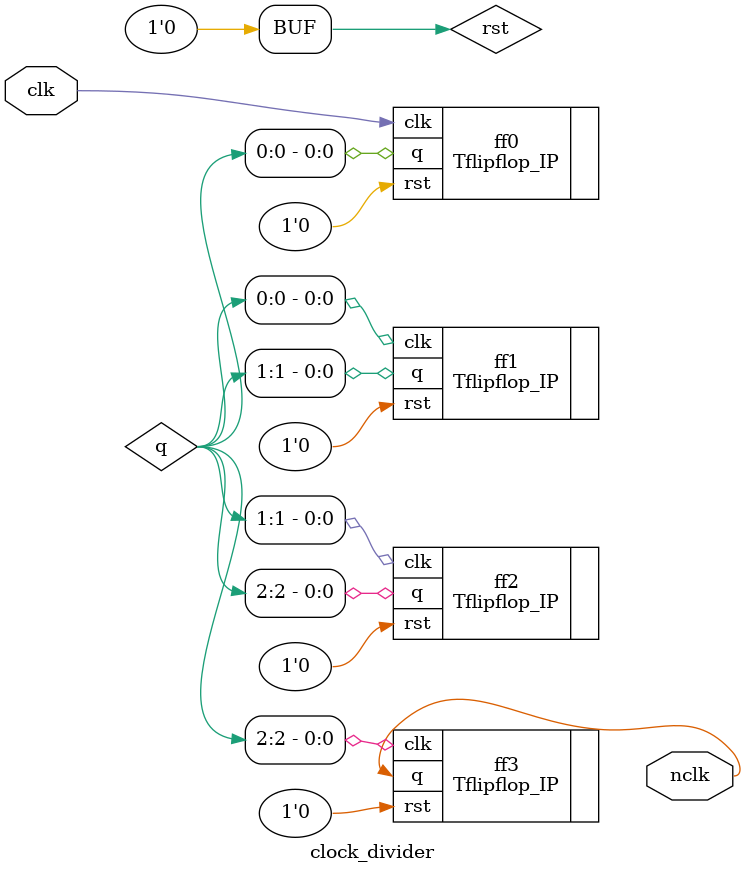
<source format=v>
`timescale 1ns / 1ps

module clock_divider(
        input clk,
        output nclk
    );
        reg rst=0;
        wire [2:0]q;
        Tflipflop_IP ff0(.clk(clk),.rst(rst),.q(q[0]));
        Tflipflop_IP ff1(.clk(q[0]),.rst(rst),.q(q[1]));
        Tflipflop_IP ff2(.clk(q[1]),.rst(rst),.q(q[2]));
        Tflipflop_IP ff3(.clk(q[2]),.rst(rst),.q(nclk));
    
        
  endmodule
</source>
